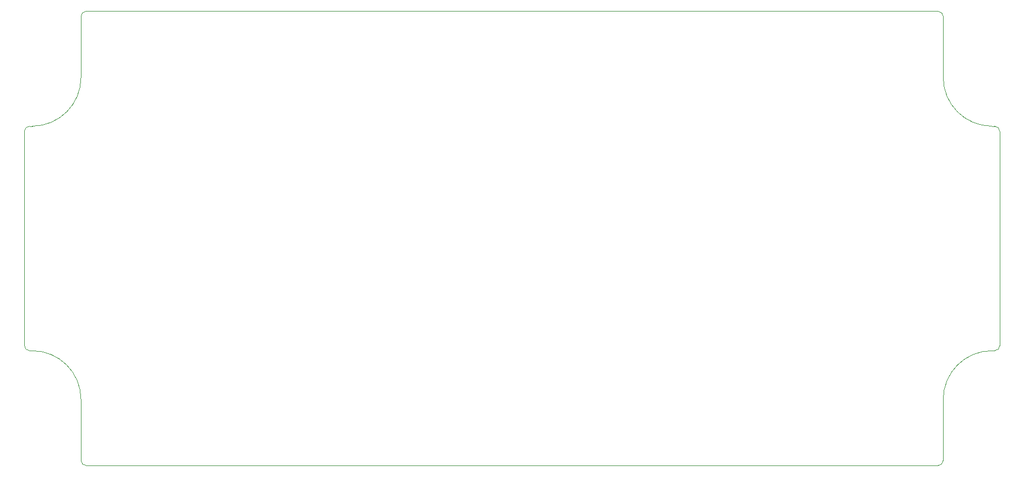
<source format=gbr>
G04 #@! TF.GenerationSoftware,KiCad,Pcbnew,(5.1.0)-1*
G04 #@! TF.CreationDate,2019-09-18T00:43:19-07:00*
G04 #@! TF.ProjectId,design,64657369-676e-42e6-9b69-6361645f7063,rev?*
G04 #@! TF.SameCoordinates,Original*
G04 #@! TF.FileFunction,Profile,NP*
%FSLAX46Y46*%
G04 Gerber Fmt 4.6, Leading zero omitted, Abs format (unit mm)*
G04 Created by KiCad (PCBNEW (5.1.0)-1) date 2019-09-18 00:43:19*
%MOMM*%
%LPD*%
G04 APERTURE LIST*
%ADD10C,0.010000*%
G04 APERTURE END LIST*
D10*
X114500000Y-15000000D02*
X245500000Y-15000000D01*
X114500000Y-85000000D02*
X245500000Y-85000000D01*
X105000000Y-33500000D02*
X105000000Y-66500000D01*
X255000000Y-33500000D02*
X255000000Y-66500000D01*
X105800000Y-67300000D02*
G75*
G02X105000000Y-66500000I0J800000D01*
G01*
X106200000Y-67300000D02*
G75*
G02X113700000Y-74800000I0J-7500000D01*
G01*
X114500000Y-85000000D02*
G75*
G02X113700000Y-84200000I0J800000D01*
G01*
X105800000Y-67300000D02*
X106200000Y-67300000D01*
X113700000Y-74800000D02*
X113700000Y-84200000D01*
X254200000Y-32700000D02*
X253800000Y-32700000D01*
X246300000Y-25200000D02*
X246300000Y-15800000D01*
X245500000Y-15000000D02*
G75*
G02X246300000Y-15800000I0J-800000D01*
G01*
X254200000Y-32700000D02*
G75*
G02X255000000Y-33500000I0J-800000D01*
G01*
X253800000Y-32700000D02*
G75*
G02X246300000Y-25200000I0J7500000D01*
G01*
X254200000Y-67300000D02*
X253800000Y-67300000D01*
X246300000Y-74800000D02*
X246300000Y-84200000D01*
X245500000Y-85000000D02*
G75*
G03X246300000Y-84200000I0J800000D01*
G01*
X254200000Y-67300000D02*
G75*
G03X255000000Y-66500000I0J800000D01*
G01*
X253800000Y-67300000D02*
G75*
G03X246300000Y-74800000I0J-7500000D01*
G01*
X114500000Y-15000000D02*
G75*
G03X113700000Y-15800000I0J-800000D01*
G01*
X106200000Y-32700000D02*
G75*
G03X113700000Y-25200000I0J7500000D01*
G01*
X105800000Y-32700000D02*
G75*
G03X105000000Y-33500000I0J-800000D01*
G01*
X113700000Y-25200000D02*
X113700000Y-15800000D01*
X105800000Y-32700000D02*
X106200000Y-32700000D01*
M02*

</source>
